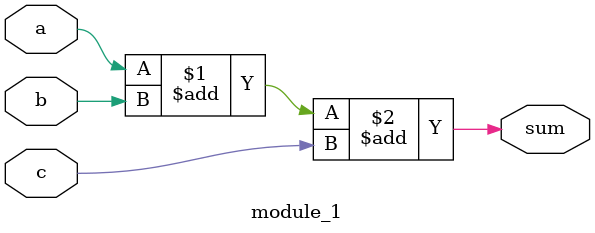
<source format=sv>
module module_1(
    input  a, b, c,
    output sum
);

    assign sum = a + b + c;
    
endmodule
</source>
